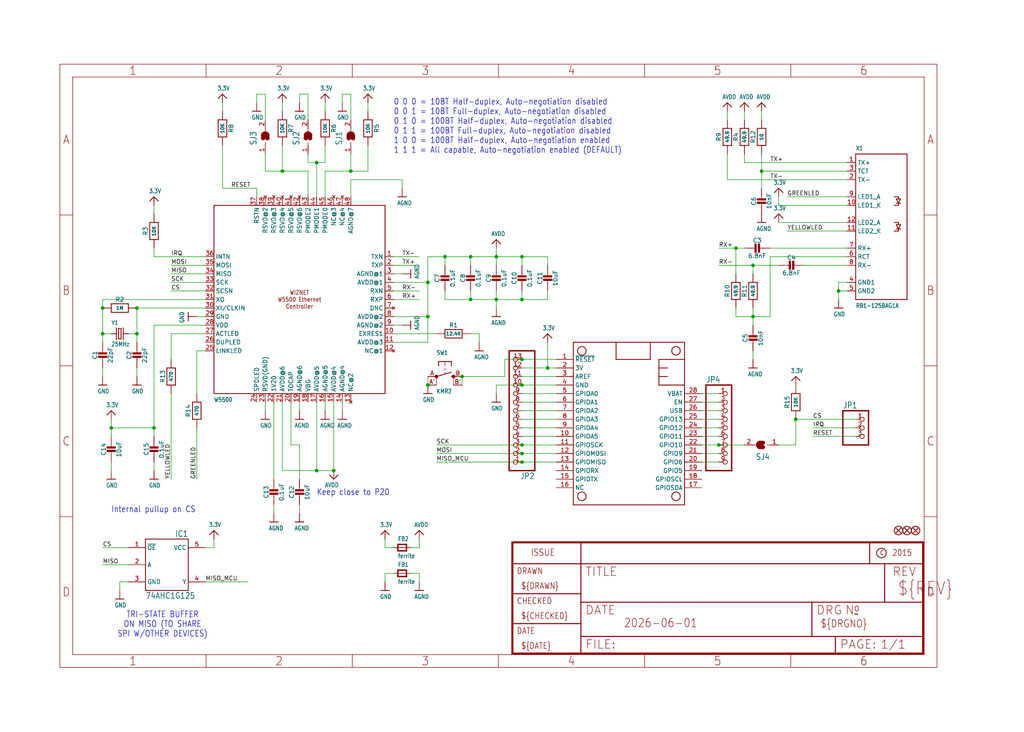
<source format=kicad_sch>
(kicad_sch (version 20230121) (generator eeschema)
  (paper "User" 303.962 217.322)
  (junction (at 127 83.82))
  (junction (at 147.32 76.2))
  (junction (at 40.64 99.06))
  (junction (at 154.94 114.3))
  (junction (at 154.94 76.2))
  (junction (at 93.98 48.26))
  (junction (at 30.48 91.44))
  (junction (at 147.32 88.9))
  (junction (at 104.14 50.8))
  (junction (at 83.82 50.8))
  (junction (at 154.94 137.16))
  (junction (at 99.06 139.7))
  (junction (at 30.48 99.06))
  (junction (at 154.94 106.68))
  (junction (at 93.98 139.7))
  (junction (at 162.56 109.22))
  (junction (at 33.02 127))
  (junction (at 45.72 127))
  (junction (at 218.44 73.66))
  (junction (at 139.7 88.9))
  (junction (at 132.08 76.2))
  (junction (at 127 114.3))
  (junction (at 236.22 124.46))
  (junction (at 226.06 50.8))
  (junction (at 223.52 93.98))
  (junction (at 137.16 111.76))
  (junction (at 127 93.98))
  (junction (at 154.94 134.62))
  (junction (at 154.94 88.9))
  (junction (at 154.94 132.08))
  (junction (at 40.64 91.44))
  (junction (at 223.52 78.74))
  (junction (at 213.36 132.08))
  (junction (at 139.7 76.2))
  (junction (at 248.92 86.36))
  (wire (pts (xy 154.94 86.36) (xy 154.94 88.9)) (stroke (width 0.1524)))
  (wire (pts (xy 114.3 170.18) (xy 116.84 170.18)) (stroke (width 0.1524)))
  (wire (pts (xy 213.36 119.38) (xy 208.28 119.38)) (stroke (width 0.1524)))
  (wire (pts (xy 228.6 73.66) (xy 251.46 73.66)) (stroke (width 0.1524)))
  (wire (pts (xy 33.02 124.46) (xy 33.02 127)) (stroke (width 0.1524)))
  (wire (pts (xy 127 83.82) (xy 127 76.2)) (stroke (width 0.1524)))
  (wire (pts (xy 93.98 48.26) (xy 96.52 48.26)) (stroke (width 0.1524)))
  (wire (pts (xy 116.84 86.36) (xy 124.46 86.36)) (stroke (width 0.1524)))
  (wire (pts (xy 101.6 27.94) (xy 101.6 30.48)) (stroke (width 0.1524)))
  (wire (pts (xy 248.92 83.82) (xy 248.92 86.36)) (stroke (width 0.1524)))
  (wire (pts (xy 149.86 106.68) (xy 154.94 106.68)) (stroke (width 0.1524)))
  (wire (pts (xy 139.7 88.9) (xy 147.32 88.9)) (stroke (width 0.1524)))
  (wire (pts (xy 45.72 127) (xy 33.02 127)) (stroke (width 0.1524)))
  (wire (pts (xy 60.96 86.36) (xy 50.8 86.36)) (stroke (width 0.1524)))
  (wire (pts (xy 76.2 27.94) (xy 76.2 30.48)) (stroke (width 0.1524)))
  (wire (pts (xy 60.96 91.44) (xy 40.64 91.44)) (stroke (width 0.1524)))
  (wire (pts (xy 121.92 170.18) (xy 124.46 170.18)) (stroke (width 0.1524)))
  (wire (pts (xy 33.02 137.16) (xy 33.02 139.7)) (stroke (width 0.1524)))
  (wire (pts (xy 223.52 78.74) (xy 231.14 78.74)) (stroke (width 0.1524)))
  (wire (pts (xy 81.28 149.86) (xy 81.28 152.4)) (stroke (width 0.1524)))
  (wire (pts (xy 93.98 119.38) (xy 93.98 139.7)) (stroke (width 0.1524)))
  (wire (pts (xy 213.36 116.84) (xy 208.28 116.84)) (stroke (width 0.1524)))
  (wire (pts (xy 88.9 121.92) (xy 88.9 119.38)) (stroke (width 0.1524)))
  (wire (pts (xy 104.14 27.94) (xy 101.6 27.94)) (stroke (width 0.1524)))
  (wire (pts (xy 66.04 33.02) (xy 66.04 30.48)) (stroke (width 0.1524)))
  (wire (pts (xy 91.44 58.42) (xy 91.44 50.8)) (stroke (width 0.1524)))
  (wire (pts (xy 165.1 114.3) (xy 154.94 114.3)) (stroke (width 0.1524)))
  (wire (pts (xy 30.48 99.06) (xy 30.48 91.44)) (stroke (width 0.1524)))
  (wire (pts (xy 121.92 162.56) (xy 124.46 162.56)) (stroke (width 0.1524)))
  (wire (pts (xy 226.06 50.8) (xy 226.06 45.72)) (stroke (width 0.1524)))
  (wire (pts (xy 215.9 35.56) (xy 215.9 33.02)) (stroke (width 0.1524)))
  (wire (pts (xy 96.52 30.48) (xy 96.52 33.02)) (stroke (width 0.1524)))
  (wire (pts (xy 86.36 119.38) (xy 86.36 132.08)) (stroke (width 0.1524)))
  (wire (pts (xy 40.64 99.06) (xy 40.64 91.44)) (stroke (width 0.1524)))
  (wire (pts (xy 124.46 162.56) (xy 124.46 160.02)) (stroke (width 0.1524)))
  (wire (pts (xy 231.14 132.08) (xy 236.22 132.08)) (stroke (width 0.1524)))
  (wire (pts (xy 215.9 53.34) (xy 215.9 45.72)) (stroke (width 0.1524)))
  (wire (pts (xy 114.3 162.56) (xy 114.3 160.02)) (stroke (width 0.1524)))
  (wire (pts (xy 45.72 76.2) (xy 60.96 76.2)) (stroke (width 0.1524)))
  (wire (pts (xy 165.1 129.54) (xy 154.94 129.54)) (stroke (width 0.1524)))
  (wire (pts (xy 162.56 88.9) (xy 162.56 86.36)) (stroke (width 0.1524)))
  (wire (pts (xy 93.98 139.7) (xy 99.06 139.7)) (stroke (width 0.1524)))
  (wire (pts (xy 223.52 81.28) (xy 223.52 78.74)) (stroke (width 0.1524)))
  (wire (pts (xy 116.84 88.9) (xy 124.46 88.9)) (stroke (width 0.1524)))
  (wire (pts (xy 86.36 132.08) (xy 88.9 132.08)) (stroke (width 0.1524)))
  (wire (pts (xy 40.64 99.06) (xy 40.64 101.6)) (stroke (width 0.1524)))
  (wire (pts (xy 165.1 106.68) (xy 154.94 106.68)) (stroke (width 0.1524)))
  (wire (pts (xy 119.38 53.34) (xy 119.38 55.88)) (stroke (width 0.1524)))
  (wire (pts (xy 93.98 58.42) (xy 93.98 48.26)) (stroke (width 0.1524)))
  (wire (pts (xy 63.5 162.56) (xy 63.5 160.02)) (stroke (width 0.1524)))
  (wire (pts (xy 162.56 109.22) (xy 154.94 109.22)) (stroke (width 0.1524)))
  (wire (pts (xy 30.48 167.64) (xy 38.1 167.64)) (stroke (width 0.1524)))
  (wire (pts (xy 58.42 93.98) (xy 60.96 93.98)) (stroke (width 0.1524)))
  (wire (pts (xy 30.48 109.22) (xy 30.48 111.76)) (stroke (width 0.1524)))
  (wire (pts (xy 147.32 88.9) (xy 154.94 88.9)) (stroke (width 0.1524)))
  (wire (pts (xy 139.7 86.36) (xy 139.7 88.9)) (stroke (width 0.1524)))
  (wire (pts (xy 147.32 76.2) (xy 154.94 76.2)) (stroke (width 0.1524)))
  (wire (pts (xy 132.08 78.74) (xy 132.08 76.2)) (stroke (width 0.1524)))
  (wire (pts (xy 220.98 48.26) (xy 251.46 48.26)) (stroke (width 0.1524)))
  (wire (pts (xy 213.36 129.54) (xy 208.28 129.54)) (stroke (width 0.1524)))
  (wire (pts (xy 165.1 127) (xy 154.94 127)) (stroke (width 0.1524)))
  (wire (pts (xy 78.74 35.56) (xy 78.74 27.94)) (stroke (width 0.1524)))
  (wire (pts (xy 165.1 124.46) (xy 154.94 124.46)) (stroke (width 0.1524)))
  (wire (pts (xy 99.06 119.38) (xy 99.06 139.7)) (stroke (width 0.1524)))
  (wire (pts (xy 213.36 127) (xy 208.28 127)) (stroke (width 0.1524)))
  (wire (pts (xy 154.94 132.08) (xy 129.54 132.08)) (stroke (width 0.1524)))
  (wire (pts (xy 60.96 172.72) (xy 73.66 172.72)) (stroke (width 0.1524)))
  (wire (pts (xy 142.24 99.06) (xy 142.24 101.6)) (stroke (width 0.1524)))
  (wire (pts (xy 147.32 78.74) (xy 147.32 76.2)) (stroke (width 0.1524)))
  (wire (pts (xy 251.46 83.82) (xy 248.92 83.82)) (stroke (width 0.1524)))
  (wire (pts (xy 213.36 137.16) (xy 208.28 137.16)) (stroke (width 0.1524)))
  (wire (pts (xy 218.44 91.44) (xy 218.44 93.98)) (stroke (width 0.1524)))
  (wire (pts (xy 116.84 78.74) (xy 124.46 78.74)) (stroke (width 0.1524)))
  (wire (pts (xy 45.72 63.5) (xy 45.72 60.96)) (stroke (width 0.1524)))
  (wire (pts (xy 154.94 134.62) (xy 129.54 134.62)) (stroke (width 0.1524)))
  (wire (pts (xy 220.98 132.08) (xy 213.36 132.08)) (stroke (width 0.1524)))
  (wire (pts (xy 88.9 132.08) (xy 88.9 142.24)) (stroke (width 0.1524)))
  (wire (pts (xy 83.82 30.48) (xy 83.82 33.02)) (stroke (width 0.1524)))
  (wire (pts (xy 96.52 58.42) (xy 96.52 50.8)) (stroke (width 0.1524)))
  (wire (pts (xy 60.96 162.56) (xy 63.5 162.56)) (stroke (width 0.1524)))
  (wire (pts (xy 45.72 96.52) (xy 45.72 127)) (stroke (width 0.1524)))
  (wire (pts (xy 165.1 134.62) (xy 154.94 134.62)) (stroke (width 0.1524)))
  (wire (pts (xy 137.16 111.76) (xy 137.16 114.3)) (stroke (width 0.1524)))
  (wire (pts (xy 116.84 162.56) (xy 114.3 162.56)) (stroke (width 0.1524)))
  (wire (pts (xy 88.9 149.86) (xy 88.9 152.4)) (stroke (width 0.1524)))
  (wire (pts (xy 91.44 48.26) (xy 91.44 45.72)) (stroke (width 0.1524)))
  (wire (pts (xy 213.36 73.66) (xy 218.44 73.66)) (stroke (width 0.1524)))
  (wire (pts (xy 116.84 83.82) (xy 127 83.82)) (stroke (width 0.1524)))
  (wire (pts (xy 139.7 78.74) (xy 139.7 76.2)) (stroke (width 0.1524)))
  (wire (pts (xy 101.6 121.92) (xy 101.6 119.38)) (stroke (width 0.1524)))
  (wire (pts (xy 109.22 30.48) (xy 109.22 33.02)) (stroke (width 0.1524)))
  (wire (pts (xy 220.98 48.26) (xy 220.98 45.72)) (stroke (width 0.1524)))
  (wire (pts (xy 251.46 50.8) (xy 226.06 50.8)) (stroke (width 0.1524)))
  (wire (pts (xy 91.44 35.56) (xy 91.44 27.94)) (stroke (width 0.1524)))
  (wire (pts (xy 30.48 88.9) (xy 30.48 91.44)) (stroke (width 0.1524)))
  (wire (pts (xy 165.1 109.22) (xy 162.56 109.22)) (stroke (width 0.1524)))
  (wire (pts (xy 238.76 78.74) (xy 251.46 78.74)) (stroke (width 0.1524)))
  (wire (pts (xy 30.48 99.06) (xy 30.48 101.6)) (stroke (width 0.1524)))
  (wire (pts (xy 76.2 55.88) (xy 66.04 55.88)) (stroke (width 0.1524)))
  (wire (pts (xy 132.08 88.9) (xy 139.7 88.9)) (stroke (width 0.1524)))
  (wire (pts (xy 231.14 66.04) (xy 251.46 66.04)) (stroke (width 0.1524)))
  (wire (pts (xy 236.22 132.08) (xy 236.22 124.46)) (stroke (width 0.1524)))
  (wire (pts (xy 45.72 76.2) (xy 45.72 73.66)) (stroke (width 0.1524)))
  (wire (pts (xy 119.38 81.28) (xy 116.84 81.28)) (stroke (width 0.1524)))
  (wire (pts (xy 60.96 83.82) (xy 50.8 83.82)) (stroke (width 0.1524)))
  (wire (pts (xy 165.1 111.76) (xy 154.94 111.76)) (stroke (width 0.1524)))
  (wire (pts (xy 165.1 119.38) (xy 154.94 119.38)) (stroke (width 0.1524)))
  (wire (pts (xy 83.82 119.38) (xy 83.82 139.7)) (stroke (width 0.1524)))
  (wire (pts (xy 132.08 76.2) (xy 139.7 76.2)) (stroke (width 0.1524)))
  (wire (pts (xy 129.54 137.16) (xy 154.94 137.16)) (stroke (width 0.1524)))
  (wire (pts (xy 38.1 172.72) (xy 35.56 172.72)) (stroke (width 0.1524)))
  (wire (pts (xy 254 129.54) (xy 241.3 129.54)) (stroke (width 0.1524)))
  (wire (pts (xy 147.32 114.3) (xy 147.32 116.84)) (stroke (width 0.1524)))
  (wire (pts (xy 93.98 48.26) (xy 91.44 48.26)) (stroke (width 0.1524)))
  (wire (pts (xy 251.46 68.58) (xy 233.68 68.58)) (stroke (width 0.1524)))
  (wire (pts (xy 139.7 99.06) (xy 142.24 99.06)) (stroke (width 0.1524)))
  (wire (pts (xy 60.96 104.14) (xy 58.42 104.14)) (stroke (width 0.1524)))
  (wire (pts (xy 50.8 116.84) (xy 50.8 142.24)) (stroke (width 0.1524)))
  (wire (pts (xy 218.44 81.28) (xy 218.44 73.66)) (stroke (width 0.1524)))
  (wire (pts (xy 78.74 27.94) (xy 76.2 27.94)) (stroke (width 0.1524)))
  (wire (pts (xy 83.82 139.7) (xy 93.98 139.7)) (stroke (width 0.1524)))
  (wire (pts (xy 109.22 50.8) (xy 109.22 43.18)) (stroke (width 0.1524)))
  (wire (pts (xy 147.32 76.2) (xy 147.32 73.66)) (stroke (width 0.1524)))
  (wire (pts (xy 78.74 50.8) (xy 78.74 45.72)) (stroke (width 0.1524)))
  (wire (pts (xy 137.16 111.76) (xy 149.86 111.76)) (stroke (width 0.1524)))
  (wire (pts (xy 60.96 78.74) (xy 50.8 78.74)) (stroke (width 0.1524)))
  (wire (pts (xy 76.2 58.42) (xy 76.2 55.88)) (stroke (width 0.1524)))
  (wire (pts (xy 104.14 53.34) (xy 119.38 53.34)) (stroke (width 0.1524)))
  (wire (pts (xy 60.96 96.52) (xy 45.72 96.52)) (stroke (width 0.1524)))
  (wire (pts (xy 251.46 60.96) (xy 231.14 60.96)) (stroke (width 0.1524)))
  (wire (pts (xy 162.56 76.2) (xy 162.56 78.74)) (stroke (width 0.1524)))
  (wire (pts (xy 231.14 60.96) (xy 231.14 58.42)) (stroke (width 0.1524)))
  (wire (pts (xy 40.64 109.22) (xy 40.64 111.76)) (stroke (width 0.1524)))
  (wire (pts (xy 127 111.76) (xy 127 114.3)) (stroke (width 0.1524)))
  (wire (pts (xy 45.72 137.16) (xy 45.72 139.7)) (stroke (width 0.1524)))
  (wire (pts (xy 33.02 99.06) (xy 30.48 99.06)) (stroke (width 0.1524)))
  (wire (pts (xy 88.9 27.94) (xy 88.9 30.48)) (stroke (width 0.1524)))
  (wire (pts (xy 104.14 45.72) (xy 104.14 50.8)) (stroke (width 0.1524)))
  (wire (pts (xy 254 127) (xy 241.3 127)) (stroke (width 0.1524)))
  (wire (pts (xy 104.14 58.42) (xy 104.14 53.34)) (stroke (width 0.1524)))
  (wire (pts (xy 116.84 93.98) (xy 127 93.98)) (stroke (width 0.1524)))
  (wire (pts (xy 45.72 129.54) (xy 45.72 127)) (stroke (width 0.1524)))
  (wire (pts (xy 60.96 81.28) (xy 50.8 81.28)) (stroke (width 0.1524)))
  (wire (pts (xy 91.44 50.8) (xy 83.82 50.8)) (stroke (width 0.1524)))
  (wire (pts (xy 116.84 76.2) (xy 124.46 76.2)) (stroke (width 0.1524)))
  (wire (pts (xy 96.52 121.92) (xy 96.52 119.38)) (stroke (width 0.1524)))
  (wire (pts (xy 35.56 172.72) (xy 35.56 175.26)) (stroke (width 0.1524)))
  (wire (pts (xy 215.9 53.34) (xy 251.46 53.34)) (stroke (width 0.1524)))
  (wire (pts (xy 226.06 35.56) (xy 226.06 33.02)) (stroke (width 0.1524)))
  (wire (pts (xy 58.42 127) (xy 58.42 142.24)) (stroke (width 0.1524)))
  (wire (pts (xy 154.94 114.3) (xy 147.32 114.3)) (stroke (width 0.1524)))
  (wire (pts (xy 213.36 78.74) (xy 223.52 78.74)) (stroke (width 0.1524)))
  (wire (pts (xy 154.94 137.16) (xy 165.1 137.16)) (stroke (width 0.1524)))
  (wire (pts (xy 30.48 162.56) (xy 38.1 162.56)) (stroke (width 0.1524)))
  (wire (pts (xy 228.6 76.2) (xy 228.6 93.98)) (stroke (width 0.1524)))
  (wire (pts (xy 154.94 78.74) (xy 154.94 76.2)) (stroke (width 0.1524)))
  (wire (pts (xy 228.6 93.98) (xy 223.52 93.98)) (stroke (width 0.1524)))
  (wire (pts (xy 218.44 73.66) (xy 220.98 73.66)) (stroke (width 0.1524)))
  (wire (pts (xy 251.46 58.42) (xy 233.68 58.42)) (stroke (width 0.1524)))
  (wire (pts (xy 213.36 124.46) (xy 208.28 124.46)) (stroke (width 0.1524)))
  (wire (pts (xy 83.82 50.8) (xy 83.82 43.18)) (stroke (width 0.1524)))
  (wire (pts (xy 223.52 93.98) (xy 223.52 96.52)) (stroke (width 0.1524)))
  (wire (pts (xy 154.94 88.9) (xy 162.56 88.9)) (stroke (width 0.1524)))
  (wire (pts (xy 104.14 35.56) (xy 104.14 27.94)) (stroke (width 0.1524)))
  (wire (pts (xy 60.96 88.9) (xy 30.48 88.9)) (stroke (width 0.1524)))
  (wire (pts (xy 147.32 86.36) (xy 147.32 88.9)) (stroke (width 0.1524)))
  (wire (pts (xy 213.36 132.08) (xy 208.28 132.08)) (stroke (width 0.1524)))
  (wire (pts (xy 83.82 50.8) (xy 78.74 50.8)) (stroke (width 0.1524)))
  (wire (pts (xy 220.98 35.56) (xy 220.98 33.02)) (stroke (width 0.1524)))
  (wire (pts (xy 81.28 119.38) (xy 81.28 142.24)) (stroke (width 0.1524)))
  (wire (pts (xy 127 101.6) (xy 127 93.98)) (stroke (width 0.1524)))
  (wire (pts (xy 213.36 121.92) (xy 208.28 121.92)) (stroke (width 0.1524)))
  (wire (pts (xy 165.1 132.08) (xy 154.94 132.08)) (stroke (width 0.1524)))
  (wire (pts (xy 154.94 76.2) (xy 162.56 76.2)) (stroke (width 0.1524)))
  (wire (pts (xy 147.32 88.9) (xy 147.32 91.44)) (stroke (width 0.1524)))
  (wire (pts (xy 165.1 121.92) (xy 154.94 121.92)) (stroke (width 0.1524)))
  (wire (pts (xy 251.46 86.36) (xy 248.92 86.36)) (stroke (width 0.1524)))
  (wire (pts (xy 139.7 76.2) (xy 147.32 76.2)) (stroke (width 0.1524)))
  (wire (pts (xy 60.96 99.06) (xy 50.8 99.06)) (stroke (width 0.1524)))
  (wire (pts (xy 96.52 48.26) (xy 96.52 43.18)) (stroke (width 0.1524)))
  (wire (pts (xy 116.84 101.6) (xy 127 101.6)) (stroke (width 0.1524)))
  (wire (pts (xy 50.8 99.06) (xy 50.8 106.68)) (stroke (width 0.1524)))
  (wire (pts (xy 91.44 27.94) (xy 88.9 27.94)) (stroke (width 0.1524)))
  (wire (pts (xy 104.14 50.8) (xy 109.22 50.8)) (stroke (width 0.1524)))
  (wire (pts (xy 116.84 99.06) (xy 129.54 99.06)) (stroke (width 0.1524)))
  (wire (pts (xy 132.08 86.36) (xy 132.08 88.9)) (stroke (width 0.1524)))
  (wire (pts (xy 213.36 134.62) (xy 208.28 134.62)) (stroke (width 0.1524)))
  (wire (pts (xy 58.42 104.14) (xy 58.42 116.84)) (stroke (width 0.1524)))
  (wire (pts (xy 218.44 93.98) (xy 223.52 93.98)) (stroke (width 0.1524)))
  (wire (pts (xy 66.04 55.88) (xy 66.04 43.18)) (stroke (width 0.1524)))
  (wire (pts (xy 96.52 50.8) (xy 104.14 50.8)) (stroke (width 0.1524)))
  (wire (pts (xy 119.38 96.52) (xy 116.84 96.52)) (stroke (width 0.1524)))
  (wire (pts (xy 165.1 116.84) (xy 154.94 116.84)) (stroke (width 0.1524)))
  (wire (pts (xy 38.1 99.06) (xy 40.64 99.06)) (stroke (width 0.1524)))
  (wire (pts (xy 149.86 111.76) (xy 149.86 106.68)) (stroke (width 0.1524)))
  (wire (pts (xy 124.46 170.18) (xy 124.46 172.72)) (stroke (width 0.1524)))
  (wire (pts (xy 127 93.98) (xy 127 83.82)) (stroke (width 0.1524)))
  (wire (pts (xy 251.46 76.2) (xy 228.6 76.2)) (stroke (width 0.1524)))
  (wire (pts (xy 223.52 104.14) (xy 223.52 106.68)) (stroke (width 0.1524)))
  (wire (pts (xy 162.56 101.6) (xy 162.56 109.22)) (stroke (width 0.1524)))
  (wire (pts (xy 254 124.46) (xy 236.22 124.46)) (stroke (width 0.1524)))
  (wire (pts (xy 127 76.2) (xy 132.08 76.2)) (stroke (width 0.1524)))
  (wire (pts (xy 114.3 172.72) (xy 114.3 170.18)) (stroke (width 0.1524)))
  (wire (pts (xy 33.02 127) (xy 33.02 129.54)) (stroke (width 0.1524)))
  (wire (pts (xy 78.74 121.92) (xy 78.74 119.38)) (stroke (width 0.1524)))
  (wire (pts (xy 248.92 86.36) (xy 248.92 88.9)) (stroke (width 0.1524)))
  (wire (pts (xy 226.06 55.88) (xy 226.06 50.8)) (stroke (width 0.1524)))
  (wire (pts (xy 223.52 91.44) (xy 223.52 93.98)) (stroke (width 0.1524)))
  (text "Keep close to P20" (at 93.98 147.32 0) (effects (font (size 1.778 1.5113)) (justify left bottom)))
  (text "Internal pullup on CS" (at 33.02 152.4 0) (effects (font (size 1.778 1.5113)) (justify left bottom)))
  (text "TRI-STATE BUFFER\nON MISO (TO SHARE\nSPI W/OTHER DEVICES)" (at 48.26 185.42 0) (effects (font (size 1.778 1.5113))))
  (text "0 0 0 = 10BT Half-duplex, Auto-negotiation disabled\n0 0 1 = 10BT Full-duplex, Auto-negotiation disabled\n0 1 0 = 100BT Half-duplex, Auto-negotiation disabled\n0 1 1 = 100BT Full-duplex, Auto-negotiation disabled\n1 0 0 = 100BT Half-duplex, Auto-negotiation enabled\n1 1 1 = All capable, Auto-negotiation enabled (DEFAULT)" (at 116.84 45.72 0) (effects (font (size 1.778 1.5113)) (justify left bottom)))
  (label "RX-" (at 213.36 78.74 0) (effects (font (size 1.2446 1.2446))))
  (label "MOSI" (at 129.54 134.62 0) (effects (font (size 1.2446 1.2446))))
  (label "RESET" (at 241.3 129.54 0) (effects (font (size 1.2446 1.2446))))
  (label "MISO_MCU" (at 129.54 137.16 0) (effects (font (size 1.2446 1.2446))))
  (label "RX+" (at 213.36 73.66 0) (effects (font (size 1.2446 1.2446))))
  (label "SCK" (at 129.54 132.08 0) (effects (font (size 1.2446 1.2446))))
  (label "YELLOWLED" (at 50.8 142.24 90) (effects (font (size 1.2446 1.2446))))
  (label "GREENLED" (at 58.42 142.24 90) (effects (font (size 1.2446 1.2446))))
  (label "TX+" (at 119.38 78.74 0) (effects (font (size 1.2446 1.2446))))
  (label "YELLOWLED" (at 233.68 68.58 0) (effects (font (size 1.2446 1.2446))))
  (label "TX+" (at 228.6 48.26 0) (effects (font (size 1.2446 1.2446))))
  (label "MOSI" (at 50.8 78.74 0) (effects (font (size 1.2446 1.2446))))
  (label "MISO_MCU" (at 60.96 172.72 0) (effects (font (size 1.2446 1.2446))))
  (label "IRQ" (at 50.8 76.2 0) (effects (font (size 1.2446 1.2446))))
  (label "RX-" (at 119.38 86.36 0) (effects (font (size 1.2446 1.2446))))
  (label "CS" (at 30.48 162.56 0) (effects (font (size 1.2446 1.2446))))
  (label "MISO" (at 50.8 81.28 0) (effects (font (size 1.2446 1.2446))))
  (label "TX-" (at 119.38 76.2 0) (effects (font (size 1.2446 1.2446))))
  (label "IRQ" (at 241.3 127 0) (effects (font (size 1.2446 1.2446))))
  (label "RX+" (at 119.38 88.9 0) (effects (font (size 1.2446 1.2446))))
  (label "MISO" (at 30.48 167.64 0) (effects (font (size 1.2446 1.2446))))
  (label "GREENLED" (at 233.68 58.42 0) (effects (font (size 1.2446 1.2446))))
  (label "CS" (at 50.8 86.36 0) (effects (font (size 1.2446 1.2446))))
  (label "RESET" (at 68.58 55.88 0) (effects (font (size 1.2446 1.2446))))
  (label "TX-" (at 228.6 53.34 0) (effects (font (size 1.2446 1.2446))))
  (label "CS" (at 241.3 124.46 0) (effects (font (size 1.2446 1.2446))))
  (label "SCK" (at 50.8 83.82 0) (effects (font (size 1.2446 1.2446))))
  (symbol (lib_id "working-eagle-import:GND") (at 45.72 142.24 0) (unit 1)
    (property "Reference" "#U$34" (effects hide))
    (property "Value" "GND" (at 44.196 144.78 0) (effects (font (size 1.27 1.0795)) (justify left bottom)))
  )
  (symbol (lib_id "working-eagle-import:RESISTOR_0603_NOOUT") (at 215.9 40.64 90) (unit 1)
    (property "Reference" "R9" (at 213.36 40.64 0))
    (property "Value" "49.9" (at 215.9 40.64 0) (effects (font (size 1.016 1.016) bold)))
    (property "Footprint" "working:0603-NO" (effects hide))
  )
  (symbol (lib_id "working-eagle-import:CAP_CERAMIC0603_NO") (at 30.48 106.68 0) (unit 1)
    (property "Reference" "C1" (at 28.19 105.43 90))
    (property "Value" "22pF" (at 32.78 105.43 90))
    (property "Footprint" "working:0603-NO" (effects hide))
  )
  (symbol (lib_id "working-eagle-import:CAP_CERAMIC0603_NO") (at 40.64 106.68 0) (unit 1)
    (property "Reference" "C2" (at 38.35 105.43 90))
    (property "Value" "22pF" (at 42.94 105.43 90))
    (property "Footprint" "working:0603-NO" (effects hide))
  )
  (symbol (lib_id "working-eagle-import:FIDUCIAL{dblquote}{dblquote}") (at 269.24 157.48 0) (unit 1)
    (property "Reference" "FID2" (effects hide))
    (property "Value" "FIDUCIAL{dblquote}{dblquote}" (effects hide))
    (property "Footprint" "working:FIDUCIAL_1MM" (effects hide))
  )
  (symbol (lib_id "working-eagle-import:RESISTOR_0603_NOOUT") (at 50.8 111.76 90) (unit 1)
    (property "Reference" "R13" (at 48.26 111.76 0))
    (property "Value" "470" (at 50.8 111.76 0) (effects (font (size 1.016 1.016) bold)))
    (property "Footprint" "working:0603-NO" (effects hide))
  )
  (symbol (lib_id "working-eagle-import:GND") (at 78.74 124.46 0) (unit 1)
    (property "Reference" "#U$5" (effects hide))
    (property "Value" "GND" (at 77.216 127 0) (effects (font (size 1.27 1.0795)) (justify left bottom)))
  )
  (symbol (lib_id "working-eagle-import:3.3V") (at 236.22 111.76 0) (unit 1)
    (property "Reference" "#U$46" (effects hide))
    (property "Value" "3.3V" (at 234.696 110.744 0) (effects (font (size 1.27 1.0795)) (justify left bottom)))
  )
  (symbol (lib_id "working-eagle-import:GND") (at 147.32 119.38 0) (unit 1)
    (property "Reference" "#U$40" (effects hide))
    (property "Value" "GND" (at 145.796 121.92 0) (effects (font (size 1.27 1.0795)) (justify left bottom)))
  )
  (symbol (lib_id "working-eagle-import:FRAME_A4") (at 17.78 198.12 0) (unit 1)
    (property "Reference" "#FRAME1" (effects hide))
    (property "Value" "FRAME_A4" (effects hide))
  )
  (symbol (lib_id "working-eagle-import:RESISTOR_0603_NOOUT") (at 96.52 38.1 270) (unit 1)
    (property "Reference" "R6" (at 99.06 38.1 0))
    (property "Value" "10K" (at 96.52 38.1 0) (effects (font (size 1.016 1.016) bold)))
    (property "Footprint" "working:0603-NO" (effects hide))
  )
  (symbol (lib_id "working-eagle-import:RESISTOR_0603_NOOUT") (at 58.42 121.92 90) (unit 1)
    (property "Reference" "R14" (at 55.88 121.92 0))
    (property "Value" "470" (at 58.42 121.92 0) (effects (font (size 1.016 1.016) bold)))
    (property "Footprint" "working:0603-NO" (effects hide))
  )
  (symbol (lib_id "working-eagle-import:SOLDERJUMPERREFLOW_NOPASTE") (at 91.44 40.64 90) (unit 1)
    (property "Reference" "SJ2" (at 88.9 43.18 0) (effects (font (size 1.778 1.5113)) (justify left bottom)))
    (property "Value" "SOLDERJUMPERREFLOW_NOPASTE" (effects hide))
    (property "Footprint" "working:SOLDERJUMPER_REFLOW_NOPASTE" (effects hide))
  )
  (symbol (lib_id "working-eagle-import:RESISTOR_0603_NOOUT") (at 83.82 38.1 270) (unit 1)
    (property "Reference" "R7" (at 86.36 38.1 0))
    (property "Value" "10K" (at 83.82 38.1 0) (effects (font (size 1.016 1.016) bold)))
    (property "Footprint" "working:0603-NO" (effects hide))
  )
  (symbol (lib_id "working-eagle-import:74AHC1G125") (at 48.26 167.64 0) (unit 1)
    (property "Reference" "IC1" (at 55.88 157.48 0) (effects (font (size 1.778 1.5113)) (justify right top)))
    (property "Value" "74AHC1G125" (at 43.18 177.8 0) (effects (font (size 1.778 1.5113)) (justify left bottom)))
    (property "Footprint" "working:SOT23-5L" (effects hide))
  )
  (symbol (lib_id "working-eagle-import:AGND") (at 81.28 154.94 0) (unit 1)
    (property "Reference" "#U$30" (effects hide))
    (property "Value" "AGND" (at 79.756 157.48 0) (effects (font (size 1.27 1.0795)) (justify left bottom)))
  )
  (symbol (lib_id "working-eagle-import:GND") (at 114.3 175.26 0) (unit 1)
    (property "Reference" "#U$39" (effects hide))
    (property "Value" "GND" (at 112.776 177.8 0) (effects (font (size 1.27 1.0795)) (justify left bottom)))
  )
  (symbol (lib_id "working-eagle-import:3.3V") (at 33.02 121.92 0) (unit 1)
    (property "Reference" "#U$32" (effects hide))
    (property "Value" "3.3V" (at 31.496 120.904 0) (effects (font (size 1.27 1.0795)) (justify left bottom)))
  )
  (symbol (lib_id "working-eagle-import:AVDD") (at 147.32 71.12 0) (unit 1)
    (property "Reference" "#U$16" (effects hide))
    (property "Value" "AVDD" (at 145.796 70.104 0) (effects (font (size 1.27 1.0795)) (justify left bottom)))
  )
  (symbol (lib_id "working-eagle-import:GND") (at 248.92 91.44 0) (unit 1)
    (property "Reference" "#U$21" (effects hide))
    (property "Value" "GND" (at 247.396 93.98 0) (effects (font (size 1.27 1.0795)) (justify left bottom)))
  )
  (symbol (lib_id "working-eagle-import:CAP_CERAMIC0603_NO") (at 132.08 83.82 0) (unit 1)
    (property "Reference" "C7" (at 129.79 82.57 90))
    (property "Value" "0.1uF" (at 134.38 82.57 90))
    (property "Footprint" "working:0603-NO" (effects hide))
  )
  (symbol (lib_id "working-eagle-import:3.3V") (at 109.22 27.94 0) (unit 1)
    (property "Reference" "#U$9" (effects hide))
    (property "Value" "3.3V" (at 107.696 26.924 0) (effects (font (size 1.27 1.0795)) (justify left bottom)))
  )
  (symbol (lib_id "working-eagle-import:GND") (at 76.2 33.02 0) (unit 1)
    (property "Reference" "#U$10" (effects hide))
    (property "Value" "GND" (at 74.676 35.56 0) (effects (font (size 1.27 1.0795)) (justify left bottom)))
  )
  (symbol (lib_id "working-eagle-import:CAP_CERAMIC0603_NO") (at 147.32 83.82 0) (unit 1)
    (property "Reference" "C9" (at 145.03 82.57 90))
    (property "Value" "0.1uF" (at 149.62 82.57 90))
    (property "Footprint" "working:0603-NO" (effects hide))
  )
  (symbol (lib_id "working-eagle-import:RESISTOR_0603_NOOUT") (at 220.98 40.64 90) (unit 1)
    (property "Reference" "R4" (at 218.44 40.64 0))
    (property "Value" "49.9" (at 220.98 40.64 0) (effects (font (size 1.016 1.016) bold)))
    (property "Footprint" "working:0603-NO" (effects hide))
  )
  (symbol (lib_id "working-eagle-import:3.3V") (at 231.14 55.88 0) (unit 1)
    (property "Reference" "#U$43" (effects hide))
    (property "Value" "3.3V" (at 229.616 54.864 0) (effects (font (size 1.27 1.0795)) (justify left bottom)))
  )
  (symbol (lib_id "working-eagle-import:CAP_CERAMIC0603_NO") (at 223.52 73.66 270) (unit 1)
    (property "Reference" "C3" (at 224.77 71.37 90))
    (property "Value" "6.8nF" (at 224.77 75.96 90))
    (property "Footprint" "working:0603-NO" (effects hide))
  )
  (symbol (lib_id "working-eagle-import:FIDUCIAL{dblquote}{dblquote}") (at 271.78 157.48 0) (unit 1)
    (property "Reference" "FID1" (effects hide))
    (property "Value" "FIDUCIAL{dblquote}{dblquote}" (effects hide))
    (property "Footprint" "working:FIDUCIAL_1MM" (effects hide))
  )
  (symbol (lib_id "working-eagle-import:AGND") (at 88.9 124.46 0) (unit 1)
    (property "Reference" "#U$28" (effects hide))
    (property "Value" "AGND" (at 87.376 127 0) (effects (font (size 1.27 1.0795)) (justify left bottom)))
  )
  (symbol (lib_id "working-eagle-import:CAP_CERAMIC0805-NOOUTLINE") (at 162.56 83.82 0) (unit 1)
    (property "Reference" "C11" (at 160.27 82.57 90))
    (property "Value" "10uF" (at 164.86 82.57 90))
    (property "Footprint" "working:0805-NO" (effects hide))
  )
  (symbol (lib_id "working-eagle-import:FRAME_A4") (at 152.4 195.58 0) (unit 2)
    (property "Reference" "#FRAME1" (effects hide))
    (property "Value" "FRAME_A4" (effects hide))
  )
  (symbol (lib_id "working-eagle-import:CAP_CERAMIC0603_NO") (at 154.94 83.82 0) (unit 1)
    (property "Reference" "C10" (at 152.65 82.57 90))
    (property "Value" "0.1uF" (at 157.24 82.57 90))
    (property "Footprint" "working:0603-NO" (effects hide))
  )
  (symbol (lib_id "working-eagle-import:RESISTOR_0603_NOOUT") (at 236.22 119.38 90) (unit 1)
    (property "Reference" "R15" (at 233.68 119.38 0))
    (property "Value" "10K" (at 236.22 119.38 0) (effects (font (size 1.016 1.016) bold)))
    (property "Footprint" "working:0603-NO" (effects hide))
  )
  (symbol (lib_id "working-eagle-import:SWITCH_TACT_SMT4.6X2.8") (at 132.08 111.76 0) (unit 1)
    (property "Reference" "SW1" (at 129.54 105.41 0) (effects (font (size 1.27 1.0795)) (justify left bottom)))
    (property "Value" "KMR2" (at 129.54 116.84 0) (effects (font (size 1.27 1.0795)) (justify left bottom)))
    (property "Footprint" "working:BTN_KMR2_4.6X2.8" (effects hide))
  )
  (symbol (lib_id "working-eagle-import:CAP_CERAMIC0603_NO") (at 139.7 83.82 0) (unit 1)
    (property "Reference" "C8" (at 137.41 82.57 90))
    (property "Value" "0.1uF" (at 142 82.57 90))
    (property "Footprint" "working:0603-NO" (effects hide))
  )
  (symbol (lib_id "working-eagle-import:CAP_CERAMIC0603_NO") (at 223.52 101.6 0) (unit 1)
    (property "Reference" "C5" (at 221.23 100.35 90))
    (property "Value" "10nF" (at 225.82 100.35 90))
    (property "Footprint" "working:0603-NO" (effects hide))
  )
  (symbol (lib_id "working-eagle-import:FERRITE-0805NO") (at 119.38 170.18 0) (unit 1)
    (property "Reference" "FB1" (at 118.11 168.275 0) (effects (font (size 1.27 1.0795)) (justify left bottom)))
    (property "Value" "ferrite" (at 118.11 173.355 0) (effects (font (size 1.27 1.0795)) (justify left bottom)))
    (property "Footprint" "working:0805-NO" (effects hide))
  )
  (symbol (lib_id "working-eagle-import:RJ45J0026D21BNL") (at 261.62 63.5 0) (unit 1)
    (property "Reference" "X1" (at 254 44.704 0) (effects (font (size 1.27 1.0795)) (justify left bottom)))
    (property "Value" "RB1-125BAG1A" (at 254 91.44 0) (effects (font (size 1.27 1.0795)) (justify left bottom)))
    (property "Footprint" "working:RJ45_PULSEJACK" (effects hide))
  )
  (symbol (lib_id "working-eagle-import:RESISTOR_0603_NOOUT") (at 226.06 40.64 90) (unit 1)
    (property "Reference" "R12" (at 223.52 40.64 0))
    (property "Value" "10" (at 226.06 40.64 0) (effects (font (size 1.016 1.016) bold)))
    (property "Footprint" "working:0603-NO" (effects hide))
  )
  (symbol (lib_id "working-eagle-import:GND") (at 127 116.84 0) (unit 1)
    (property "Reference" "#U$47" (effects hide))
    (property "Value" "GND" (at 125.476 119.38 0) (effects (font (size 1.27 1.0795)) (justify left bottom)))
  )
  (symbol (lib_id "working-eagle-import:RESISTOR_0603_NOOUT") (at 66.04 38.1 270) (unit 1)
    (property "Reference" "R8" (at 68.58 38.1 0))
    (property "Value" "10K" (at 66.04 38.1 0) (effects (font (size 1.016 1.016) bold)))
    (property "Footprint" "working:0603-NO" (effects hide))
  )
  (symbol (lib_id "working-eagle-import:CAP_CERAMIC0805-NOOUTLINE") (at 88.9 147.32 0) (unit 1)
    (property "Reference" "C12" (at 86.61 146.07 90))
    (property "Value" "10uF" (at 91.2 146.07 90))
    (property "Footprint" "working:0805-NO" (effects hide))
  )
  (symbol (lib_id "working-eagle-import:CRYSTAL3.2X2.5") (at 35.56 99.06 0) (unit 1)
    (property "Reference" "Y1" (at 33.02 96.52 0) (effects (font (size 1.27 1.0795)) (justify left bottom)))
    (property "Value" "25MHz" (at 33.02 102.87 0) (effects (font (size 1.27 1.0795)) (justify left bottom)))
    (property "Footprint" "working:CRYSTAL_3.2X2.5" (effects hide))
  )
  (symbol (lib_id "working-eagle-import:RESISTOR_0603_NOOUT") (at 109.22 38.1 270) (unit 1)
    (property "Reference" "R5" (at 111.76 38.1 0))
    (property "Value" "10K" (at 109.22 38.1 0) (effects (font (size 1.016 1.016) bold)))
    (property "Footprint" "working:0603-NO" (effects hide))
  )
  (symbol (lib_id "working-eagle-import:RESISTOR_0603_NOOUT") (at 35.56 91.44 0) (unit 1)
    (property "Reference" "R2" (at 35.56 88.9 0))
    (property "Value" "1M" (at 35.56 91.44 0) (effects (font (size 1.016 1.016) bold)))
    (property "Footprint" "working:0603-NO" (effects hide))
  )
  (symbol (lib_id "working-eagle-import:CAP_CERAMIC0805-NOOUTLINE") (at 33.02 134.62 0) (unit 1)
    (property "Reference" "C14" (at 30.73 133.37 90))
    (property "Value" "10uF" (at 35.32 133.37 90))
    (property "Footprint" "working:0805-NO" (effects hide))
  )
  (symbol (lib_id "working-eagle-import:FIDUCIAL{dblquote}{dblquote}") (at 266.7 157.48 0) (unit 1)
    (property "Reference" "FID3" (effects hide))
    (property "Value" "FIDUCIAL{dblquote}{dblquote}" (effects hide))
    (property "Footprint" "working:FIDUCIAL_1MM" (effects hide))
  )
  (symbol (lib_id "working-eagle-import:GND") (at 55.88 93.98 270) (unit 1)
    (property "Reference" "#U$31" (effects hide))
    (property "Value" "GND" (at 53.34 92.456 0) (effects (font (size 1.27 1.0795)) (justify left bottom)))
  )
  (symbol (lib_id "working-eagle-import:HEADER-1X970MIL") (at 215.9 127 0) (unit 1)
    (property "Reference" "JP4" (at 209.55 113.665 0) (effects (font (size 1.778 1.5113)) (justify left bottom)))
    (property "Value" "HEADER-1X970MIL" (effects hide))
    (property "Footprint" "working:1X09_ROUND_70" (effects hide))
  )
  (symbol (lib_id "working-eagle-import:AGND") (at 147.32 93.98 0) (unit 1)
    (property "Reference" "#U$24" (effects hide))
    (property "Value" "AGND" (at 145.796 96.52 0) (effects (font (size 1.27 1.0795)) (justify left bottom)))
  )
  (symbol (lib_id "working-eagle-import:3.3V") (at 114.3 157.48 0) (unit 1)
    (property "Reference" "#U$42" (effects hide))
    (property "Value" "3.3V" (at 112.776 156.464 0) (effects (font (size 1.27 1.0795)) (justify left bottom)))
  )
  (symbol (lib_id "working-eagle-import:WIZNET_W5500") (at 88.9 91.44 0) (unit 1)
    (property "Reference" "U$1" (effects hide))
    (property "Value" "W5500" (at 63.5 119.38 0) (effects (font (size 1.27 1.0795)) (justify left bottom)))
    (property "Footprint" "working:LQFP48" (effects hide))
  )
  (symbol (lib_id "working-eagle-import:AVDD") (at 215.9 30.48 0) (unit 1)
    (property "Reference" "#U$18" (effects hide))
    (property "Value" "AVDD" (at 214.376 29.464 0) (effects (font (size 1.27 1.0795)) (justify left bottom)))
  )
  (symbol (lib_id "working-eagle-import:SOLDERJUMPERCLOSED") (at 226.06 132.08 180) (unit 1)
    (property "Reference" "SJ4" (at 228.6 134.62 0) (effects (font (size 1.778 1.5113)) (justify left bottom)))
    (property "Value" "SOLDERJUMPERCLOSED" (effects hide))
    (property "Footprint" "working:SOLDERJUMPER_CLOSEDWIRE" (effects hide))
  )
  (symbol (lib_id "working-eagle-import:GND") (at 30.48 114.3 0) (unit 1)
    (property "Reference" "#U$3" (effects hide))
    (property "Value" "GND" (at 28.956 116.84 0) (effects (font (size 1.27 1.0795)) (justify left bottom)))
  )
  (symbol (lib_id "working-eagle-import:HEADER-1X13") (at 152.4 121.92 180) (unit 1)
    (property "Reference" "JP2" (at 158.75 140.335 0) (effects (font (size 1.778 1.5113)) (justify left bottom)))
    (property "Value" "HEADER-1X13" (effects hide))
    (property "Footprint" "working:1X13_ROUND_70" (effects hide))
  )
  (symbol (lib_id "working-eagle-import:AVDD") (at 124.46 157.48 0) (unit 1)
    (property "Reference" "#U$41" (effects hide))
    (property "Value" "AVDD" (at 122.936 156.464 0) (effects (font (size 1.27 1.0795)) (justify left bottom)))
  )
  (symbol (lib_id "working-eagle-import:RESISTOR_0603_NOOUT") (at 45.72 68.58 90) (unit 1)
    (property "Reference" "R3" (at 43.18 68.58 0))
    (property "Value" "10K" (at 45.72 68.58 0) (effects (font (size 1.016 1.016) bold)))
    (property "Footprint" "working:0603-NO" (effects hide))
  )
  (symbol (lib_id "working-eagle-import:AVDD") (at 226.06 30.48 0) (unit 1)
    (property "Reference" "#U$23" (effects hide))
    (property "Value" "AVDD" (at 224.536 29.464 0) (effects (font (size 1.27 1.0795)) (justify left bottom)))
  )
  (symbol (lib_id "working-eagle-import:3.3V") (at 162.56 99.06 0) (unit 1)
    (property "Reference" "#U$37" (effects hide))
    (property "Value" "3.3V" (at 161.036 98.044 0) (effects (font (size 1.27 1.0795)) (justify left bottom)))
  )
  (symbol (lib_id "working-eagle-import:AGND") (at 226.06 66.04 0) (unit 1)
    (property "Reference" "#U$22" (effects hide))
    (property "Value" "AGND" (at 224.536 68.58 0) (effects (font (size 1.27 1.0795)) (justify left bottom)))
  )
  (symbol (lib_id "working-eagle-import:GND") (at 35.56 177.8 0) (unit 1)
    (property "Reference" "#U$35" (effects hide))
    (property "Value" "GND" (at 34.036 180.34 0) (effects (font (size 1.27 1.0795)) (justify left bottom)))
  )
  (symbol (lib_id "working-eagle-import:AGND") (at 124.46 175.26 0) (unit 1)
    (property "Reference" "#U$38" (effects hide))
    (property "Value" "AGND" (at 122.936 177.8 0) (effects (font (size 1.27 1.0795)) (justify left bottom)))
  )
  (symbol (lib_id "working-eagle-import:3.3V") (at 96.52 27.94 0) (unit 1)
    (property "Reference" "#U$8" (effects hide))
    (property "Value" "3.3V" (at 94.996 26.924 0) (effects (font (size 1.27 1.0795)) (justify left bottom)))
  )
  (symbol (lib_id "working-eagle-import:FERRITE-0805NO") (at 119.38 162.56 0) (unit 1)
    (property "Reference" "FB2" (at 118.11 160.655 0) (effects (font (size 1.27 1.0795)) (justify left bottom)))
    (property "Value" "ferrite" (at 118.11 165.735 0) (effects (font (size 1.27 1.0795)) (justify left bottom)))
    (property "Footprint" "working:0805-NO" (effects hide))
  )
  (symbol (lib_id "working-eagle-import:AGND") (at 142.24 104.14 0) (unit 1)
    (property "Reference" "#U$2" (effects hide))
    (property "Value" "AGND" (at 140.716 106.68 0) (effects (font (size 1.27 1.0795)) (justify left bottom)))
  )
  (symbol (lib_id "working-eagle-import:AGND") (at 88.9 154.94 0) (unit 1)
    (property "Reference" "#U$29" (effects hide))
    (property "Value" "AGND" (at 87.376 157.48 0) (effects (font (size 1.27 1.0795)) (justify left bottom)))
  )
  (symbol (lib_id "working-eagle-import:HEADER-1X376MIL") (at 256.54 127 0) (unit 1)
    (property "Reference" "JP1" (at 250.19 121.285 0) (effects (font (size 1.778 1.5113)) (justify left bottom)))
    (property "Value" "HEADER-1X376MIL" (effects hide))
    (property "Footprint" "working:1X03_ROUND_76" (effects hide))
  )
  (symbol (lib_id "working-eagle-import:RESISTOR_0603_NOOUT") (at 218.44 86.36 90) (unit 1)
    (property "Reference" "R10" (at 215.9 86.36 0))
    (property "Value" "49.9" (at 218.44 86.36 0) (effects (font (size 1.016 1.016) bold)))
    (property "Footprint" "working:0603-NO" (effects hide))
  )
  (symbol (lib_id "working-eagle-import:GND") (at 88.9 33.02 0) (unit 1)
    (property "Reference" "#U$11" (effects hide))
    (property "Value" "GND" (at 87.376 35.56 0) (effects (font (size 1.27 1.0795)) (justify left bottom)))
  )
  (symbol (lib_id "working-eagle-import:AGND") (at 121.92 81.28 90) (unit 1)
    (property "Reference" "#U$15" (effects hide))
    (property "Value" "AGND" (at 124.46 82.804 0) (effects (font (size 1.27 1.0795)) (justify left bottom)))
  )
  (symbol (lib_id "working-eagle-import:AVDD") (at 220.98 30.48 0) (unit 1)
    (property "Reference" "#U$19" (effects hide))
    (property "Value" "AVDD" (at 219.456 29.464 0) (effects (font (size 1.27 1.0795)) (justify left bottom)))
  )
  (symbol (lib_id "working-eagle-import:AGND") (at 121.92 96.52 90) (unit 1)
    (property "Reference" "#U$25" (effects hide))
    (property "Value" "AGND" (at 124.46 98.044 0) (effects (font (size 1.27 1.0795)) (justify left bottom)))
  )
  (symbol (lib_id "working-eagle-import:3.3V") (at 45.72 58.42 0) (unit 1)
    (property "Reference" "#U$6" (effects hide))
    (property "Value" "3.3V" (at 44.196 57.404 0) (effects (font (size 1.27 1.0795)) (justify left bottom)))
  )
  (symbol (lib_id "working-eagle-import:FEATHERWING_NODIM") (at 170.18 101.6 270) (unit 1)
    (property "Reference" "MS1" (effects hide))
    (property "Value" "FEATHERWING_NODIM" (effects hide))
    (property "Footprint" "working:FEATHERWING_NODIM" (effects hide))
  )
  (symbol (lib_id "working-eagle-import:RESISTOR_0603_NOOUT") (at 223.52 86.36 90) (unit 1)
    (property "Reference" "R11" (at 220.98 86.36 0))
    (property "Value" "49.9" (at 223.52 86.36 0) (effects (font (size 1.016 1.016) bold)))
    (property "Footprint" "working:0603-NO" (effects hide))
  )
  (symbol (lib_id "working-eagle-import:AVDD") (at 99.06 142.24 180) (unit 1)
    (property "Reference" "#U$17" (effects hide))
    (property "Value" "AVDD" (at 100.584 143.256 0) (effects (font (size 1.27 1.0795)) (justify left bottom)))
  )
  (symbol (lib_id "working-eagle-import:3.3V") (at 66.04 27.94 0) (unit 1)
    (property "Reference" "#U$14" (effects hide))
    (property "Value" "3.3V" (at 64.516 26.924 0) (effects (font (size 1.27 1.0795)) (justify left bottom)))
  )
  (symbol (lib_id "working-eagle-import:RESISTOR_0603_NOOUT") (at 134.62 99.06 0) (unit 1)
    (property "Reference" "R1" (at 134.62 96.52 0))
    (property "Value" "12.4K" (at 134.62 99.06 0) (effects (font (size 1.016 1.016) bold)))
    (property "Footprint" "working:0603-NO" (effects hide))
  )
  (symbol (lib_id "working-eagle-import:CAP_CERAMIC0603_NO") (at 45.72 134.62 0) (unit 1)
    (property "Reference" "C15" (at 43.43 133.37 90))
    (property "Value" "0.1uF" (at 48.02 133.37 90))
    (property "Footprint" "working:0603-NO" (effects hide))
  )
  (symbol (lib_id "working-eagle-import:GND") (at 33.02 142.24 0) (unit 1)
    (property "Reference" "#U$33" (effects hide))
    (property "Value" "GND" (at 31.496 144.78 0) (effects (font (size 1.27 1.0795)) (justify left bottom)))
  )
  (symbol (lib_id "working-eagle-import:3.3V") (at 231.14 63.5 0) (unit 1)
    (property "Reference" "#U$44" (effects hide))
    (property "Value" "3.3V" (at 229.616 62.484 0) (effects (font (size 1.27 1.0795)) (justify left bottom)))
  )
  (symbol (lib_id "working-eagle-import:AGND") (at 96.52 124.46 0) (unit 1)
    (property "Reference" "#U$27" (effects hide))
    (property "Value" "AGND" (at 94.996 127 0) (effects (font (size 1.27 1.0795)) (justify left bottom)))
  )
  (symbol (lib_id "working-eagle-import:GND") (at 40.64 114.3 0) (unit 1)
    (property "Reference" "#U$4" (effects hide))
    (property "Value" "GND" (at 39.116 116.84 0) (effects (font (size 1.27 1.0795)) (justify left bottom)))
  )
  (symbol (lib_id "working-eagle-import:3.3V") (at 63.5 157.48 0) (unit 1)
    (property "Reference" "#U$36" (effects hide))
    (property "Value" "3.3V" (at 61.976 156.464 0) (effects (font (size 1.27 1.0795)) (justify left bottom)))
  )
  (symbol (lib_id "working-eagle-import:AGND") (at 223.52 109.22 0) (unit 1)
    (property "Reference" "#U$20" (effects hide))
    (property "Value" "AGND" (at 221.996 111.76 0) (effects (font (size 1.27 1.0795)) (justify left bottom)))
  )
  (symbol (lib_id "working-eagle-import:AGND") (at 101.6 124.46 0) (unit 1)
    (property "Reference" "#U$26" (effects hide))
    (property "Value" "AGND" (at 100.076 127 0) (effects (font (size 1.27 1.0795)) (justify left bottom)))
  )
  (symbol (lib_id "working-eagle-import:AGND") (at 119.38 58.42 0) (unit 1)
    (property "Reference" "#U$13" (effects hide))
    (property "Value" "AGND" (at 117.856 60.96 0) (effects (font (size 1.27 1.0795)) (justify left bottom)))
  )
  (symbol (lib_id "working-eagle-import:CAP_CERAMIC0603_NO") (at 226.06 60.96 0) (unit 1)
    (property "Reference" "C6" (at 223.77 59.71 90))
    (property "Value" "10nF" (at 228.36 59.71 90))
    (property "Footprint" "working:0603-NO" (effects hide))
  )
  (symbol (lib_id "working-eagle-import:SOLDERJUMPERREFLOW_NOPASTE") (at 104.14 40.64 90) (unit 1)
    (property "Reference" "SJ1" (at 101.6 43.18 0) (effects (font (size 1.778 1.5113)) (justify left bottom)))
    (property "Value" "SOLDERJUMPERREFLOW_NOPASTE" (effects hide))
    (property "Footprint" "working:SOLDERJUMPER_REFLOW_NOPASTE" (effects hide))
  )
  (symbol (lib_id "working-eagle-import:CAP_CERAMIC0603_NO") (at 233.68 78.74 270) (unit 1)
    (property "Reference" "C4" (at 234.93 76.45 90))
    (property "Value" "6.8nF" (at 234.93 81.04 90))
    (property "Footprint" "working:0603-NO" (effects hide))
  )
  (symbol (lib_id "working-eagle-import:CAP_CERAMIC0603_NO") (at 81.28 147.32 0) (unit 1)
    (property "Reference" "C13" (at 78.99 146.07 90))
    (property "Value" "0.1uF" (at 83.58 146.07 90))
    (property "Footprint" "working:0603-NO" (effects hide))
  )
  (symbol (lib_id "working-eagle-import:SOLDERJUMPERREFLOW_NOPASTE") (at 78.74 40.64 90) (unit 1)
    (property "Reference" "SJ3" (at 76.2 43.18 0) (effects (font (size 1.778 1.5113)) (justify left bottom)))
    (property "Value" "SOLDERJUMPERREFLOW_NOPASTE" (effects hide))
    (property "Footprint" "working:SOLDERJUMPER_REFLOW_NOPASTE" (effects hide))
  )
  (symbol (lib_id "working-eagle-import:3.3V") (at 83.82 27.94 0) (unit 1)
    (property "Reference" "#U$7" (effects hide))
    (property "Value" "3.3V" (at 82.296 26.924 0) (effects (font (size 1.27 1.0795)) (justify left bottom)))
  )
  (symbol (lib_id "working-eagle-import:GND") (at 101.6 33.02 0) (unit 1)
    (property "Reference" "#U$12" (effects hide))
    (property "Value" "GND" (at 100.076 35.56 0) (effects (font (size 1.27 1.0795)) (justify left bottom)))
  )
)
</source>
